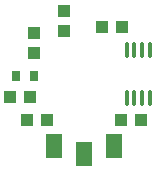
<source format=gtp>
G04*
G04 #@! TF.GenerationSoftware,Altium Limited,Altium Designer,18.1.6 (161)*
G04*
G04 Layer_Color=8421504*
%FSTAX24Y24*%
%MOIN*%
G70*
G01*
G75*
%ADD13R,0.0433X0.0394*%
%ADD14R,0.0295X0.0354*%
%ADD15R,0.0394X0.0433*%
%ADD16O,0.0138X0.0551*%
%ADD17R,0.0551X0.0787*%
D13*
X049314Y036185D02*
D03*
X048644Y036185D02*
D03*
X048763Y03693D02*
D03*
X048093Y03693D02*
D03*
X051833Y039292D02*
D03*
X051164Y039292D02*
D03*
X051789Y036181D02*
D03*
X052458Y036181D02*
D03*
D14*
X048293Y037628D02*
D03*
X048873D02*
D03*
D15*
X048872Y039077D02*
D03*
X048872Y038408D02*
D03*
X049882Y039151D02*
D03*
X049882Y03982D02*
D03*
D16*
X052746Y038524D02*
D03*
X05249D02*
D03*
X052234D02*
D03*
X051978D02*
D03*
X052746Y036909D02*
D03*
X05249D02*
D03*
X052234D02*
D03*
X051978D02*
D03*
D17*
X050551Y035039D02*
D03*
X049567Y035315D02*
D03*
X051555D02*
D03*
M02*

</source>
